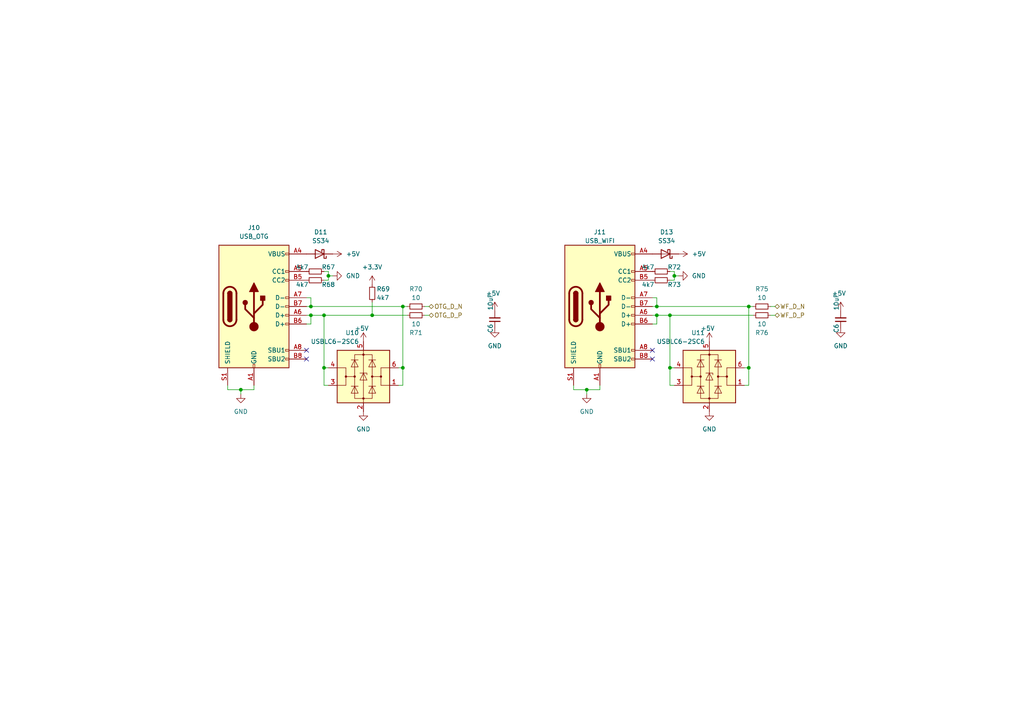
<source format=kicad_sch>
(kicad_sch (version 20230121) (generator eeschema)
  (paper "A4")
  (lib_symbols
    (symbol "Connector:USB_C_Receptacle_USB2.0" (pin_names (offset 1.016))
      (property "Reference" "J" (at -10.16 19.05 0))
      (property "Value" "USB_C_Receptacle_USB2.0" (at 19.05 19.05 0))
      (symbol "USB_C_Receptacle_USB2.0_0_0"
        (rectangle (start -0.254 -17.78) (end 0.254 -16.764))
        (rectangle (start 10.16 -14.986) (end 9.144 -15.494))
        (rectangle (start 10.16 -12.446) (end 9.144 -12.954))
        (rectangle (start 10.16 -4.826) (end 9.144 -5.334))
        (rectangle (start 10.16 -2.286) (end 9.144 -2.794))
        (rectangle (start 10.16 0.254) (end 9.144 -0.254))
        (rectangle (start 10.16 2.794) (end 9.144 2.286))
        (rectangle (start 10.16 7.874) (end 9.144 7.366))
        (rectangle (start 10.16 10.414) (end 9.144 9.906))
        (rectangle (start 10.16 15.494) (end 9.144 14.986))
      )
      (symbol "USB_C_Receptacle_USB2.0_0_1"
        (rectangle (start -10.16 17.78) (end 10.16 -17.78) (stroke (width 0.254)) (fill (type background)))
        (arc (start -8.89 -3.81) (mid -6.985 -5.7067) (end -5.08 -3.81) (stroke (width 0.508)))
        (arc (start -7.62 -3.81) (mid -6.985 -4.4423) (end -6.35 -3.81) (stroke (width 0.254)))
        (arc (start -7.62 -3.81) (mid -6.985 -4.4423) (end -6.35 -3.81) (stroke (width 0.254)) (fill (type outline)))
        (rectangle (start -7.62 -3.81) (end -6.35 3.81) (stroke (width 0.254)) (fill (type outline)))
        (arc (start -6.35 3.81) (mid -6.985 4.4423) (end -7.62 3.81) (stroke (width 0.254)))
        (arc (start -6.35 3.81) (mid -6.985 4.4423) (end -7.62 3.81) (stroke (width 0.254)) (fill (type outline)))
        (arc (start -5.08 3.81) (mid -6.985 5.7067) (end -8.89 3.81) (stroke (width 0.508)))
        (circle (center -2.54 1.143) (radius 0.635) (stroke (width 0.254)) (fill (type outline)))
        (circle (center 0 -5.842) (radius 1.27) (fill (type outline)))
        (polyline (pts (xy -8.89 -3.81) (xy -8.89 3.81)) (stroke (width 0.508)))
        (polyline (pts (xy -5.08 3.81) (xy -5.08 -3.81)) (stroke (width 0.508)))
        (polyline (pts (xy 0 -5.842) (xy 0 4.318)) (stroke (width 0.508)))
        (polyline (pts (xy 0 -3.302) (xy -2.54 -0.762) (xy -2.54 0.508)) (stroke (width 0.508)))
        (polyline (pts (xy 0 -2.032) (xy 2.54 0.508) (xy 2.54 1.778)) (stroke (width 0.508)))
        (polyline (pts (xy -1.27 4.318) (xy 0 6.858) (xy 1.27 4.318) (xy -1.27 4.318)) (stroke (width 0.254)) (fill (type outline)))
        (rectangle (start 1.905 1.778) (end 3.175 3.048) (stroke (width 0.254)) (fill (type outline)))
      )
      (symbol "USB_C_Receptacle_USB2.0_1_1"
        (pin passive line (at 0 -22.86 90) (length 5.08) (name "GND") (number "A1"))
        (pin passive line (at 0 -22.86 90) (length 5.08) hide (name "GND") (number "A12"))
        (pin passive line (at 15.24 15.24 180) (length 5.08) (name "VBUS") (number "A4"))
        (pin bidirectional line (at 15.24 10.16 180) (length 5.08) (name "CC1") (number "A5"))
        (pin bidirectional line (at 15.24 -2.54 180) (length 5.08) (name "D+") (number "A6"))
        (pin bidirectional line (at 15.24 2.54 180) (length 5.08) (name "D-") (number "A7"))
        (pin bidirectional line (at 15.24 -12.7 180) (length 5.08) (name "SBU1") (number "A8"))
        (pin passive line (at 15.24 15.24 180) (length 5.08) hide (name "VBUS") (number "A9"))
        (pin passive line (at 0 -22.86 90) (length 5.08) hide (name "GND") (number "B1"))
        (pin passive line (at 0 -22.86 90) (length 5.08) hide (name "GND") (number "B12"))
        (pin passive line (at 15.24 15.24 180) (length 5.08) hide (name "VBUS") (number "B4"))
        (pin bidirectional line (at 15.24 7.62 180) (length 5.08) (name "CC2") (number "B5"))
        (pin bidirectional line (at 15.24 -5.08 180) (length 5.08) (name "D+") (number "B6"))
        (pin bidirectional line (at 15.24 0 180) (length 5.08) (name "D-") (number "B7"))
        (pin bidirectional line (at 15.24 -15.24 180) (length 5.08) (name "SBU2") (number "B8"))
        (pin passive line (at 15.24 15.24 180) (length 5.08) hide (name "VBUS") (number "B9"))
        (pin passive line (at -7.62 -22.86 90) (length 5.08) (name "SHIELD") (number "S1"))
      )
    )
    (symbol "Device:C_Small" (pin_numbers hide) (pin_names (offset 0.254) hide)
      (property "Reference" "C" (at 0.254 1.778 0))
      (property "Value" "C_Small" (at 0.254 -2.032 0))
      (symbol "C_Small_0_1"
        (polyline (pts (xy -1.524 -0.508) (xy 1.524 -0.508)) (stroke (width 0.3302)))
        (polyline (pts (xy -1.524 0.508) (xy 1.524 0.508)) (stroke (width 0.3048)))
      )
      (symbol "C_Small_1_1"
        (pin passive line (at 0 2.54 270) (length 2.032) (name "~") (number "1"))
        (pin passive line (at 0 -2.54 90) (length 2.032) (name "~") (number "2"))
      )
    )
    (symbol "Device:R_Small" (pin_numbers hide) (pin_names (offset 0.254) hide)
      (property "Reference" "R" (at 0.762 0.508 0))
      (property "Value" "R_Small" (at 0.762 -1.016 0))
      (symbol "R_Small_0_1"
        (rectangle (start -0.762 1.778) (end 0.762 -1.778) (stroke (width 0.2032)))
      )
      (symbol "R_Small_1_1"
        (pin passive line (at 0 2.54 270) (length 0.762) (name "~") (number "1"))
        (pin passive line (at 0 -2.54 90) (length 0.762) (name "~") (number "2"))
      )
    )
    (symbol "Diode:CDBA340-HF" (pin_numbers hide) (pin_names hide)
      (property "Reference" "D" (at 0 2.54 0))
      (property "Value" "CDBA340-HF" (at 0 -2.54 0))
      (symbol "CDBA340-HF_0_1"
        (polyline (pts (xy 1.27 0) (xy -1.27 0)))
        (polyline (pts (xy 1.27 1.27) (xy 1.27 -1.27) (xy -1.27 0) (xy 1.27 1.27)) (stroke (width 0.254)))
        (polyline (pts (xy -1.905 0.635) (xy -1.905 1.27) (xy -1.27 1.27) (xy -1.27 -1.27) (xy -0.635 -1.27) (xy -0.635 -0.635)) (stroke (width 0.254)))
      )
      (symbol "CDBA340-HF_1_1"
        (pin passive line (at -3.81 0 0) (length 2.54) (name "K") (number "1"))
        (pin passive line (at 3.81 0 180) (length 2.54) (name "A") (number "2"))
      )
    )
    (symbol "Power_Protection:USBLC6-2SC6" (pin_names hide)
      (property "Reference" "U" (at 2.54 8.89 0))
      (property "Value" "USBLC6-2SC6" (at 2.54 -8.89 0))
      (symbol "USBLC6-2SC6_0_1"
        (rectangle (start -7.62 -7.62) (end 7.62 7.62) (stroke (width 0.254)) (fill (type background)))
        (circle (center -5.08 0) (radius 0.254) (fill (type outline)))
        (circle (center -2.54 0) (radius 0.254) (fill (type outline)))
        (rectangle (start -2.54 6.35) (end 2.54 -6.35))
        (circle (center 0 -6.35) (radius 0.254) (fill (type outline)))
        (polyline (pts (xy -5.08 -2.54) (xy -7.62 -2.54)))
        (polyline (pts (xy -5.08 0) (xy -5.08 -2.54)))
        (polyline (pts (xy -5.08 2.54) (xy -7.62 2.54)))
        (polyline (pts (xy -1.524 -2.794) (xy -3.556 -2.794)))
        (polyline (pts (xy -1.524 4.826) (xy -3.556 4.826)))
        (polyline (pts (xy 0 -7.62) (xy 0 -6.35)))
        (polyline (pts (xy 0 -6.35) (xy 0 1.27)))
        (polyline (pts (xy 0 1.27) (xy 0 6.35)))
        (polyline (pts (xy 0 6.35) (xy 0 7.62)))
        (polyline (pts (xy 1.524 -2.794) (xy 3.556 -2.794)))
        (polyline (pts (xy 1.524 4.826) (xy 3.556 4.826)))
        (polyline (pts (xy 5.08 -2.54) (xy 7.62 -2.54)))
        (polyline (pts (xy 5.08 0) (xy 5.08 -2.54)))
        (polyline (pts (xy 5.08 2.54) (xy 7.62 2.54)))
        (polyline (pts (xy -2.54 0) (xy -5.08 0) (xy -5.08 2.54)))
        (polyline (pts (xy 2.54 0) (xy 5.08 0) (xy 5.08 2.54)))
        (polyline (pts (xy -3.556 -4.826) (xy -1.524 -4.826) (xy -2.54 -2.794) (xy -3.556 -4.826)))
        (polyline (pts (xy -3.556 2.794) (xy -1.524 2.794) (xy -2.54 4.826) (xy -3.556 2.794)))
        (polyline (pts (xy -1.016 -1.016) (xy 1.016 -1.016) (xy 0 1.016) (xy -1.016 -1.016)))
        (polyline (pts (xy 1.016 1.016) (xy 0.762 1.016) (xy -1.016 1.016) (xy -1.016 0.508)))
        (polyline (pts (xy 3.556 -4.826) (xy 1.524 -4.826) (xy 2.54 -2.794) (xy 3.556 -4.826)))
        (polyline (pts (xy 3.556 2.794) (xy 1.524 2.794) (xy 2.54 4.826) (xy 3.556 2.794)))
        (circle (center 0 6.35) (radius 0.254) (fill (type outline)))
        (circle (center 2.54 0) (radius 0.254) (fill (type outline)))
        (circle (center 5.08 0) (radius 0.254) (fill (type outline)))
      )
      (symbol "USBLC6-2SC6_1_1"
        (pin passive line (at -10.16 -2.54 0) (length 2.54) (name "I/O1") (number "1"))
        (pin passive line (at 0 -10.16 90) (length 2.54) (name "GND") (number "2"))
        (pin passive line (at 10.16 -2.54 180) (length 2.54) (name "I/O2") (number "3"))
        (pin passive line (at 10.16 2.54 180) (length 2.54) (name "I/O2") (number "4"))
        (pin passive line (at 0 10.16 270) (length 2.54) (name "VBUS") (number "5"))
        (pin passive line (at -10.16 2.54 0) (length 2.54) (name "I/O1") (number "6"))
      )
    )
    (symbol "power:+3.3V" (power) (pin_names (offset 0))
      (property "Value" "+3.3V" (at 0 3.556 0))
      (symbol "+3.3V_0_1"
        (polyline (pts (xy -0.762 1.27) (xy 0 2.54)))
        (polyline (pts (xy 0 0) (xy 0 2.54)))
        (polyline (pts (xy 0 2.54) (xy 0.762 1.27)))
      )
      (symbol "+3.3V_1_1"
        (pin power_in line (at 0 0 90) (length 0) hide (name "+3.3V") (number "1"))
      )
    )
    (symbol "power:+5V" (power) (pin_names (offset 0))
      (property "Value" "+5V" (at 0 3.556 0))
      (symbol "+5V_0_1"
        (polyline (pts (xy -0.762 1.27) (xy 0 2.54)))
        (polyline (pts (xy 0 0) (xy 0 2.54)))
        (polyline (pts (xy 0 2.54) (xy 0.762 1.27)))
      )
      (symbol "+5V_1_1"
        (pin power_in line (at 0 0 90) (length 0) hide (name "+5V") (number "1"))
      )
    )
    (symbol "power:GND" (power) (pin_names (offset 0))
      (property "Value" "GND" (at 0 -3.81 0))
      (symbol "GND_0_1"
        (polyline (pts (xy 0 0) (xy 0 -1.27) (xy 1.27 -1.27) (xy 0 -2.54) (xy -1.27 -1.27) (xy 0 -1.27)))
      )
      (symbol "GND_1_1"
        (pin power_in line (at 0 0 270) (length 0) hide (name "GND") (number "1"))
      )
    )
  )
  (junction (at 107.95 91.44))
  (junction (at 95.25 80.01))
  (junction (at 194.31 91.44))
  (junction (at 69.85 113.03))
  (junction (at 116.84 106.68))
  (junction (at 90.17 88.9))
  (junction (at 190.5 88.9))
  (junction (at 93.98 91.44))
  (junction (at 116.84 88.9))
  (junction (at 90.17 91.44))
  (junction (at 217.17 106.68))
  (junction (at 170.18 113.03))
  (junction (at 195.58 80.01))
  (junction (at 217.17 88.9))
  (junction (at 194.31 106.68))
  (junction (at 93.98 106.68))
  (junction (at 190.5 91.44))
  (no_connect (at 88.9 104.14))
  (no_connect (at 88.9 101.6))
  (no_connect (at 189.23 101.6))
  (no_connect (at 189.23 104.14))
  (wire (pts (xy 195.58 78.74) (xy 195.58 80.01)))
  (wire (pts (xy 115.57 106.68) (xy 116.84 106.68)))
  (wire (pts (xy 90.17 93.98) (xy 88.9 93.98)))
  (wire (pts (xy 69.85 113.03) (xy 66.04 113.03)))
  (wire (pts (xy 95.25 78.74) (xy 95.25 80.01)))
  (wire (pts (xy 123.19 88.9) (xy 124.46 88.9)))
  (wire (pts (xy 95.25 80.01) (xy 95.25 81.28)))
  (wire (pts (xy 223.52 91.44) (xy 224.79 91.44)))
  (wire (pts (xy 217.17 88.9) (xy 218.44 88.9)))
  (wire (pts (xy 217.17 111.76) (xy 215.9 111.76)))
  (wire (pts (xy 195.58 81.28) (xy 194.31 81.28)))
  (wire (pts (xy 93.98 91.44) (xy 107.95 91.44)))
  (wire (pts (xy 116.84 106.68) (xy 116.84 111.76)))
  (wire (pts (xy 95.25 80.01) (xy 96.52 80.01)))
  (wire (pts (xy 116.84 106.68) (xy 116.84 88.9)))
  (wire (pts (xy 189.23 88.9) (xy 190.5 88.9)))
  (wire (pts (xy 90.17 86.36) (xy 88.9 86.36)))
  (wire (pts (xy 116.84 88.9) (xy 118.11 88.9)))
  (wire (pts (xy 194.31 106.68) (xy 194.31 91.44)))
  (wire (pts (xy 190.5 91.44) (xy 190.5 93.98)))
  (wire (pts (xy 93.98 106.68) (xy 93.98 91.44)))
  (wire (pts (xy 190.5 91.44) (xy 194.31 91.44)))
  (wire (pts (xy 93.98 111.76) (xy 95.25 111.76)))
  (wire (pts (xy 215.9 106.68) (xy 217.17 106.68)))
  (wire (pts (xy 166.37 111.76) (xy 166.37 113.03)))
  (wire (pts (xy 223.52 88.9) (xy 224.79 88.9)))
  (wire (pts (xy 190.5 86.36) (xy 189.23 86.36)))
  (wire (pts (xy 88.9 88.9) (xy 90.17 88.9)))
  (wire (pts (xy 95.25 81.28) (xy 93.98 81.28)))
  (wire (pts (xy 116.84 111.76) (xy 115.57 111.76)))
  (wire (pts (xy 173.99 113.03) (xy 170.18 113.03)))
  (wire (pts (xy 90.17 91.44) (xy 90.17 93.98)))
  (wire (pts (xy 217.17 106.68) (xy 217.17 88.9)))
  (wire (pts (xy 73.66 113.03) (xy 69.85 113.03)))
  (wire (pts (xy 95.25 106.68) (xy 93.98 106.68)))
  (wire (pts (xy 73.66 111.76) (xy 73.66 113.03)))
  (wire (pts (xy 190.5 88.9) (xy 217.17 88.9)))
  (wire (pts (xy 194.31 78.74) (xy 195.58 78.74)))
  (wire (pts (xy 194.31 106.68) (xy 194.31 111.76)))
  (wire (pts (xy 173.99 111.76) (xy 173.99 113.03)))
  (wire (pts (xy 195.58 80.01) (xy 195.58 81.28)))
  (wire (pts (xy 107.95 91.44) (xy 118.11 91.44)))
  (wire (pts (xy 90.17 88.9) (xy 116.84 88.9)))
  (wire (pts (xy 123.19 91.44) (xy 124.46 91.44)))
  (wire (pts (xy 90.17 88.9) (xy 90.17 86.36)))
  (wire (pts (xy 90.17 91.44) (xy 93.98 91.44)))
  (wire (pts (xy 195.58 80.01) (xy 196.85 80.01)))
  (wire (pts (xy 66.04 111.76) (xy 66.04 113.03)))
  (wire (pts (xy 170.18 113.03) (xy 170.18 114.3)))
  (wire (pts (xy 194.31 111.76) (xy 195.58 111.76)))
  (wire (pts (xy 88.9 91.44) (xy 90.17 91.44)))
  (wire (pts (xy 93.98 106.68) (xy 93.98 111.76)))
  (wire (pts (xy 93.98 78.74) (xy 95.25 78.74)))
  (wire (pts (xy 195.58 106.68) (xy 194.31 106.68)))
  (wire (pts (xy 170.18 113.03) (xy 166.37 113.03)))
  (wire (pts (xy 189.23 91.44) (xy 190.5 91.44)))
  (wire (pts (xy 69.85 113.03) (xy 69.85 114.3)))
  (wire (pts (xy 190.5 88.9) (xy 190.5 86.36)))
  (wire (pts (xy 190.5 93.98) (xy 189.23 93.98)))
  (wire (pts (xy 194.31 91.44) (xy 218.44 91.44)))
  (wire (pts (xy 217.17 106.68) (xy 217.17 111.76)))
  (wire (pts (xy 107.95 87.63) (xy 107.95 91.44)))
  (hierarchical_label "OTG_D_P" (shape bidirectional) (at 124.46 91.44 0))
  (hierarchical_label "OTG_D_N" (shape bidirectional) (at 124.46 88.9 0))
  (hierarchical_label "WF_D_N" (shape bidirectional) (at 224.79 88.9 0))
  (hierarchical_label "WF_D_P" (shape bidirectional) (at 224.79 91.44 0))
  (symbol (lib_id "power:+5V") (at 243.84 90.17 0) (unit 1)
    (property "Reference" "#PWR0182" (effects hide))
    (property "Value" "+5V" (at 241.3 85.09 0) (effects (justify left)))
  )
  (symbol (lib_id "power:+5V") (at 105.41 99.06 0) (unit 1)
    (property "Reference" "#PWR0176" (effects hide))
    (property "Value" "+5V" (at 102.87 95.25 0) (effects (justify left)))
  )
  (symbol (lib_id "Device:R_Small") (at 120.65 91.44 90) (unit 1)
    (property "Reference" "R71" (at 120.65 96.52 90))
    (property "Value" "10" (at 120.65 93.98 90))
    (property "Footprint" "Anh_Footprints:R_0603" (effects hide))
  )
  (symbol (lib_id "Power_Protection:USBLC6-2SC6") (at 205.74 109.22 0) (mirror y) (unit 1)
    (property "Reference" "U11" (at 204.47 96.52 0) (effects (justify left)))
    (property "Value" "USBLC6-2SC6" (at 204.47 99.06 0) (effects (justify left)))
    (property "Footprint" "Anh_Footprints:SOT23-6" (effects hide))
    (property "Datasheet" "https://www.st.com/resource/en/datasheet/usblc6-2.pdf" (effects hide))
  )
  (symbol (lib_id "power:GND") (at 243.84 95.25 0) (mirror y) (unit 1)
    (property "Reference" "#PWR0183" (effects hide))
    (property "Value" "GND" (at 243.84 100.33 0))
  )
  (symbol (lib_id "power:GND") (at 205.74 119.38 0) (mirror y) (unit 1)
    (property "Reference" "#PWR0180" (effects hide))
    (property "Value" "GND" (at 205.74 124.46 0))
  )
  (symbol (lib_id "Device:R_Small") (at 191.77 81.28 90) (unit 1)
    (property "Reference" "R73" (at 195.58 82.55 90))
    (property "Value" "4k7" (at 187.96 82.55 90))
    (property "Footprint" "Anh_Footprints:R_0603" (effects hide))
  )
  (symbol (lib_id "power:GND") (at 196.85 80.01 90) (mirror x) (unit 1)
    (property "Reference" "#PWR070" (effects hide))
    (property "Value" "GND" (at 200.66 80.0099 90) (effects (justify right)))
  )
  (symbol (lib_id "Device:R_Small") (at 91.44 78.74 90) (unit 1)
    (property "Reference" "R67" (at 95.25 77.47 90))
    (property "Value" "4k7" (at 87.63 77.47 90))
    (property "Footprint" "Anh_Footprints:R_0603" (effects hide))
  )
  (symbol (lib_id "power:+5V") (at 196.85 73.66 270) (mirror x) (unit 1)
    (property "Reference" "#PWR069" (effects hide))
    (property "Value" "+5V" (at 200.66 73.6599 90) (effects (justify left)))
  )
  (symbol (lib_id "power:+5V") (at 143.51 90.17 0) (unit 1)
    (property "Reference" "#PWR0192" (effects hide))
    (property "Value" "+5V" (at 140.97 85.09 0) (effects (justify left)))
  )
  (symbol (lib_id "Device:R_Small") (at 220.98 91.44 90) (unit 1)
    (property "Reference" "R76" (at 220.98 96.52 90))
    (property "Value" "10" (at 220.98 93.98 90))
    (property "Footprint" "Anh_Footprints:R_0603" (effects hide))
  )
  (symbol (lib_id "Device:C_Small") (at 143.51 92.71 180) (unit 1)
    (property "Reference" "C6" (at 142.24 95.25 90))
    (property "Value" "10uF" (at 142.24 87.63 90))
    (property "Footprint" "Anh_Footprints:C_1206" (effects hide))
    (instances (project "GatewayPlus_V1.4" (path "" (reference "C6") (unit 1)) (path "" (reference "C125") (unit 1))))
  )
  (symbol (lib_id "power:+5V") (at 96.52 73.66 270) (mirror x) (unit 1)
    (property "Reference" "#PWR0174" (effects hide))
    (property "Value" "+5V" (at 100.33 73.6599 90) (effects (justify left)))
  )
  (symbol (lib_id "Connector:USB_C_Receptacle_USB2.0") (at 173.99 88.9 0) (unit 1)
    (property "Reference" "J11" (at 173.99 67.31 0))
    (property "Value" "USB_WIFI" (at 173.99 69.85 0))
    (property "Footprint" "Anh_Footprints:USB-C_SMD_1" (effects hide))
    (property "Datasheet" "https://www.usb.org/sites/default/files/documents/usb_type-c.zip" (effects hide))
  )
  (symbol (lib_id "Device:R_Small") (at 91.44 81.28 90) (unit 1)
    (property "Reference" "R68" (at 95.25 82.55 90))
    (property "Value" "4k7" (at 87.63 82.55 90))
    (property "Footprint" "Anh_Footprints:R_0603" (effects hide))
  )
  (symbol (lib_id "Device:R_Small") (at 220.98 88.9 90) (unit 1)
    (property "Reference" "R75" (at 220.98 83.82 90))
    (property "Value" "10" (at 220.98 86.36 90))
    (property "Footprint" "Anh_Footprints:R_0603" (effects hide))
  )
  (symbol (lib_id "power:GND") (at 69.85 114.3 0) (mirror y) (unit 1)
    (property "Reference" "#PWR0173" (effects hide))
    (property "Value" "GND" (at 69.85 119.38 0))
  )
  (symbol (lib_id "Device:R_Small") (at 120.65 88.9 90) (unit 1)
    (property "Reference" "R70" (at 120.65 83.82 90))
    (property "Value" "10" (at 120.65 86.36 90))
    (property "Footprint" "Anh_Footprints:R_0603" (effects hide))
  )
  (symbol (lib_id "Power_Protection:USBLC6-2SC6") (at 105.41 109.22 0) (mirror y) (unit 1)
    (property "Reference" "U10" (at 104.14 96.52 0) (effects (justify left)))
    (property "Value" "USBLC6-2SC6" (at 104.14 99.06 0) (effects (justify left)))
    (property "Footprint" "Anh_Footprints:SOT23-6" (effects hide))
    (property "Datasheet" "https://www.st.com/resource/en/datasheet/usblc6-2.pdf" (effects hide))
  )
  (symbol (lib_id "power:GND") (at 170.18 114.3 0) (mirror y) (unit 1)
    (property "Reference" "#PWR066" (effects hide))
    (property "Value" "GND" (at 170.18 119.38 0))
  )
  (symbol (lib_id "Device:R_Small") (at 107.95 85.09 180) (unit 1)
    (property "Reference" "R69" (at 109.22 83.82 0) (effects (justify right)))
    (property "Value" "4k7" (at 109.22 86.36 0) (effects (justify right)))
    (property "Footprint" "Anh_Footprints:R_0603" (effects hide))
  )
  (symbol (lib_id "power:+3.3V") (at 107.95 82.55 0) (unit 1)
    (property "Reference" "#PWR0178" (effects hide))
    (property "Value" "+3.3V" (at 107.95 77.47 0))
  )
  (symbol (lib_id "power:+5V") (at 205.74 99.06 0) (unit 1)
    (property "Reference" "#PWR0179" (effects hide))
    (property "Value" "+5V" (at 203.2 95.25 0) (effects (justify left)))
  )
  (symbol (lib_id "Diode:CDBA340-HF") (at 193.04 73.66 180) (unit 1)
    (property "Reference" "D13" (at 193.3575 67.31 0))
    (property "Value" "SS34" (at 193.3575 69.85 0))
    (property "Footprint" "Anh_Footprints:D_SMA" (effects hide))
    (property "Datasheet" "https://www.comchiptech.com/admin/files/product/CDBA340-HF%20Thru193640.%20CDBA3100-HF%20RevB.pdf" (effects hide))
  )
  (symbol (lib_id "power:GND") (at 143.51 95.25 0) (mirror y) (unit 1)
    (property "Reference" "#PWR0193" (effects hide))
    (property "Value" "GND" (at 143.51 100.33 0))
  )
  (symbol (lib_id "Device:R_Small") (at 191.77 78.74 90) (unit 1)
    (property "Reference" "R72" (at 195.58 77.47 90))
    (property "Value" "4k7" (at 187.96 77.47 90))
    (property "Footprint" "Anh_Footprints:R_0603" (effects hide))
  )
  (symbol (lib_id "Connector:USB_C_Receptacle_USB2.0") (at 73.66 88.9 0) (unit 1)
    (property "Reference" "J10" (at 73.66 66.04 0))
    (property "Value" "USB_OTG" (at 73.66 68.58 0))
    (property "Footprint" "Anh_Footprints:USB-C_SMD_1" (effects hide))
    (property "Datasheet" "https://www.usb.org/sites/default/files/documents/usb_type-c.zip" (effects hide))
  )
  (symbol (lib_id "power:GND") (at 105.41 119.38 0) (mirror y) (unit 1)
    (property "Reference" "#PWR0177" (effects hide))
    (property "Value" "GND" (at 105.41 124.46 0))
  )
  (symbol (lib_id "Device:C_Small") (at 243.84 92.71 180) (unit 1)
    (property "Reference" "C6" (at 242.57 95.25 90))
    (property "Value" "10uF" (at 242.57 87.63 90))
    (property "Footprint" "Anh_Footprints:C_1206" (effects hide))
    (instances (project "GatewayPlus_V1.4" (path "" (reference "C6") (unit 1)) (path "" (reference "C35") (unit 1))))
  )
  (symbol (lib_id "Diode:CDBA340-HF") (at 92.71 73.66 180) (unit 1)
    (property "Reference" "D11" (at 93.0275 67.31 0))
    (property "Value" "SS34" (at 93.0275 69.85 0))
    (property "Footprint" "Anh_Footprints:D_SMA" (effects hide))
    (property "Datasheet" "https://www.comchiptech.com/admin/files/product/CDBA340-HF%20Thru193640.%20CDBA3100-HF%20RevB.pdf" (effects hide))
  )
  (symbol (lib_id "power:GND") (at 96.52 80.01 90) (mirror x) (unit 1)
    (property "Reference" "#PWR0175" (effects hide))
    (property "Value" "GND" (at 100.33 80.0099 90) (effects (justify right)))
  )
)
</source>
